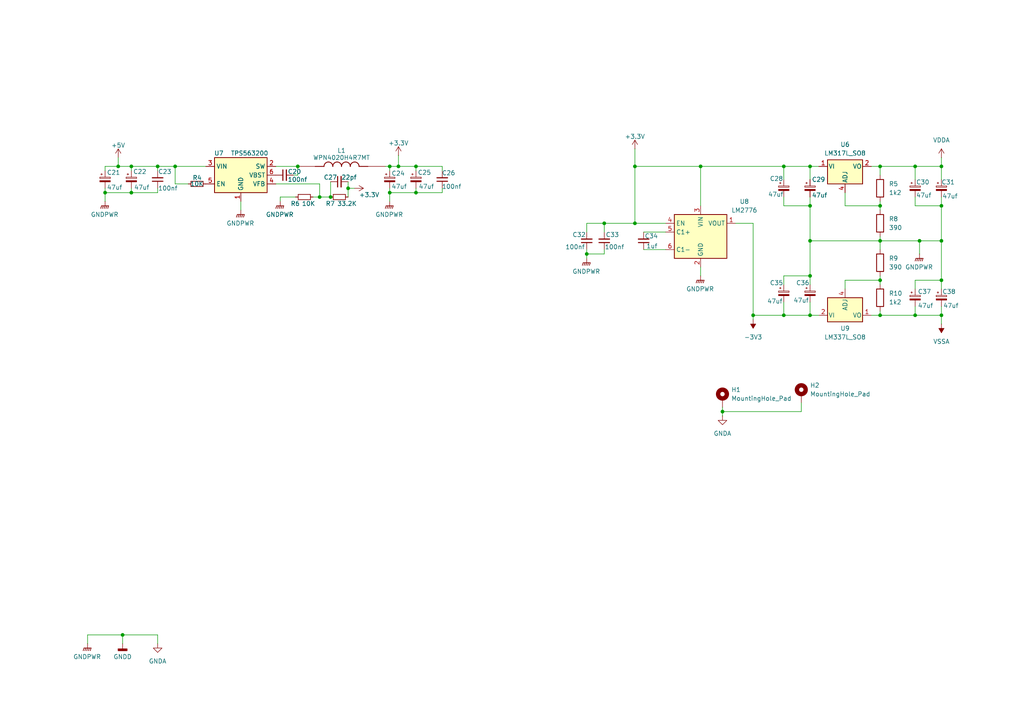
<source format=kicad_sch>
(kicad_sch (version 20250114) (generator "eeschema") (generator_version "9.0")
  (paper "A4")
  (lib_symbols
    (symbol "Device:C_Polarized_Small" (pin_numbers (hide yes)) (pin_names (offset 0.254) (hide yes))
      (property "Reference" "C" (at 0.254 1.778 0))
      (property "Value" "C_Polarized_Small" (at 0.254 -2.032 0))
      (symbol "C_Polarized_Small_0_1"
        (rectangle (start -1.524 0.6858) (end 1.524 0.3048))
        (rectangle (start -1.524 -0.3048) (end 1.524 -0.6858) (fill (type outline)))
        (polyline (pts (xy -1.27 1.524) (xy -0.762 1.524)))
        (polyline (pts (xy -1.016 1.27) (xy -1.016 1.778)))
      )
      (symbol "C_Polarized_Small_1_1"
        (pin passive line (at 0 2.54 270) (length 1.8542) (name "~") (number "1"))
        (pin passive line (at 0 -2.54 90) (length 1.8542) (name "~") (number "2"))
      )
    )
    (symbol "Device:C_Small" (pin_numbers (hide yes)) (pin_names (offset 0.254) (hide yes))
      (property "Reference" "C" (at 0.254 1.778 0))
      (property "Value" "C_Small" (at 0.254 -2.032 0))
      (symbol "C_Small_0_1"
        (polyline (pts (xy -1.524 0.508) (xy 1.524 0.508)) (stroke (width 0.3048)))
        (polyline (pts (xy -1.524 -0.508) (xy 1.524 -0.508)) (stroke (width 0.3302)))
      )
      (symbol "C_Small_1_1"
        (pin passive line (at 0 2.54 270) (length 2.032) (name "~") (number "1"))
        (pin passive line (at 0 -2.54 90) (length 2.032) (name "~") (number "2"))
      )
    )
    (symbol "Device:R" (pin_numbers (hide yes)) (pin_names (offset 0))
      (property "Reference" "R" (at 2.032 0 90))
      (property "Value" "R" (at 0 0 90))
      (symbol "R_0_1"
        (rectangle (start -1.016 -2.54) (end 1.016 2.54) (stroke (width 0.254)))
      )
      (symbol "R_1_1"
        (pin passive line (at 0 3.81 270) (length 1.27) (name "~") (number "1"))
        (pin passive line (at 0 -3.81 90) (length 1.27) (name "~") (number "2"))
      )
    )
    (symbol "Device:R_Small" (pin_numbers (hide yes)) (pin_names (offset 0.254) (hide yes))
      (property "Reference" "R" (at 0.762 0.508 0))
      (property "Value" "R_Small" (at 0.762 -1.016 0))
      (symbol "R_Small_0_1"
        (rectangle (start -0.762 1.778) (end 0.762 -1.778) (stroke (width 0.2032)))
      )
      (symbol "R_Small_1_1"
        (pin passive line (at 0 2.54 270) (length 0.762) (name "~") (number "1"))
        (pin passive line (at 0 -2.54 90) (length 0.762) (name "~") (number "2"))
      )
    )
    (symbol "Mechanical:MountingHole_Pad" (pin_numbers (hide yes)) (pin_names (offset 1.016) (hide yes)) (exclude_from_sim yes) (in_bom no)
      (property "Reference" "H" (at 0 6.35 0))
      (property "Value" "MountingHole_Pad" (at 0 4.445 0))
      (symbol "MountingHole_Pad_0_1"
        (circle (center 0 1.27) (radius 1.27) (stroke (width 1.27)))
      )
      (symbol "MountingHole_Pad_1_1"
        (pin input line (at 0 -2.54 90) (length 2.54) (name "1") (number "1"))
      )
    )
    (symbol "RLS-226:RLS-226" (pin_numbers (hide yes)) (pin_names (offset 1.016) (hide yes))
      (property "Reference" "L" (at -10.16 7.62 0))
      (property "Value" "RLS-226" (at -10.16 5.08 0))
      (symbol "RLS-226_0_0"
        (polyline (pts (xy -5.08 0) (xy -7.62 0)) (stroke (width 0.254)))
        (arc (start -5.08 0) (mid -3.81 1.2645) (end -2.54 0) (stroke (width 0.254)))
        (arc (start -2.54 0) (mid -1.27 1.2645) (end 0 0) (stroke (width 0.254)))
        (arc (start 0 0) (mid 1.27 1.2645) (end 2.54 0) (stroke (width 0.254)))
        (arc (start 2.54 0) (mid 3.81 1.2645) (end 5.08 0) (stroke (width 0.254)))
        (polyline (pts (xy 5.08 0) (xy 7.62 0)) (stroke (width 0.254)))
        (pin passive line (at -12.7 0 0) (length 5.08) (name "~") (number "1"))
        (pin passive line (at 12.7 0 180) (length 5.08) (name "~") (number "2"))
      )
    )
    (symbol "Regulator_Linear:LM317L_SO8" (pin_names (offset 0.254))
      (property "Reference" "U" (at -3.81 3.175 0))
      (property "Value" "LM317L_SO8" (at 0 3.175 0))
      (symbol "LM317L_SO8_0_1"
        (rectangle (start -5.08 1.905) (end 5.08 -5.08) (stroke (width 0.254)) (fill (type background)))
      )
      (symbol "LM317L_SO8_1_1"
        (pin power_in line (at -7.62 0 0) (length 2.54) (name "VI") (number "1"))
        (pin no_connect line (at -5.08 -2.54 0) (length 2.54) (hide yes) (name "NC") (number "5"))
        (pin input line (at 0 -7.62 90) (length 2.54) (name "ADJ") (number "4"))
        (pin no_connect line (at 5.08 -2.54 180) (length 2.54) (hide yes) (name "NC") (number "8"))
        (pin power_out line (at 7.62 0 180) (length 2.54) (name "VO") (number "2"))
        (pin passive line (at 7.62 0 180) (length 2.54) (hide yes) (name "VO") (number "3"))
        (pin passive line (at 7.62 0 180) (length 2.54) (hide yes) (name "VO") (number "6"))
        (pin passive line (at 7.62 0 180) (length 2.54) (hide yes) (name "VO") (number "7"))
      )
    )
    (symbol "Regulator_Linear:LM337L_SO8" (pin_names (offset 0.254))
      (property "Reference" "U" (at -3.81 -3.175 0))
      (property "Value" "LM337L_SO8" (at 0 -3.175 0))
      (symbol "LM337L_SO8_0_1"
        (rectangle (start -5.08 5.08) (end 5.08 -1.905) (stroke (width 0.254)) (fill (type background)))
      )
      (symbol "LM337L_SO8_1_1"
        (pin power_in line (at -7.62 0 0) (length 2.54) (name "VI") (number "2"))
        (pin passive line (at -7.62 0 0) (length 2.54) (hide yes) (name "VI") (number "3"))
        (pin passive line (at -7.62 0 0) (length 2.54) (hide yes) (name "VI") (number "6"))
        (pin passive line (at -7.62 0 0) (length 2.54) (hide yes) (name "VI") (number "7"))
        (pin no_connect line (at -5.08 2.54 0) (length 2.54) (hide yes) (name "NC") (number "5"))
        (pin input line (at 0 7.62 270) (length 2.54) (name "ADJ") (number "4"))
        (pin no_connect line (at 5.08 2.54 180) (length 2.54) (hide yes) (name "NC") (number "8"))
        (pin power_out line (at 7.62 0 180) (length 2.54) (name "VO") (number "1"))
      )
    )
    (symbol "Regulator_SwitchedCapacitor:LM2776"
      (property "Reference" "U" (at -6.35 6.35 0))
      (property "Value" "LM2776" (at 1.27 6.35 0))
      (symbol "LM2776_0_1"
        (rectangle (start -7.62 5.08) (end 7.62 -7.62) (stroke (width 0.254)) (fill (type background)))
      )
      (symbol "LM2776_1_1"
        (pin input line (at -10.16 2.54 0) (length 2.54) (name "EN") (number "4"))
        (pin passive line (at -10.16 0 0) (length 2.54) (name "C1+") (number "5"))
        (pin passive line (at -10.16 -5.08 0) (length 2.54) (name "C1-") (number "6"))
        (pin power_in line (at 0 7.62 270) (length 2.54) (name "VIN") (number "3"))
        (pin power_in line (at 0 -10.16 90) (length 2.54) (name "GND") (number "2"))
        (pin power_out line (at 10.16 2.54 180) (length 2.54) (name "VOUT") (number "1"))
      )
    )
    (symbol "Regulator_Switching:TPS563200"
      (property "Reference" "U" (at -7.62 6.35 0))
      (property "Value" "TPS563200" (at -2.54 6.35 0))
      (symbol "TPS563200_0_1"
        (rectangle (start -7.62 5.08) (end 7.62 -5.08) (stroke (width 0.254)) (fill (type background)))
      )
      (symbol "TPS563200_1_1"
        (pin power_in line (at -10.16 2.54 0) (length 2.54) (name "VIN") (number "3"))
        (pin input line (at -10.16 -2.54 0) (length 2.54) (name "EN") (number "5"))
        (pin power_in line (at 0 -7.62 90) (length 2.54) (name "GND") (number "1"))
        (pin output line (at 10.16 2.54 180) (length 2.54) (name "SW") (number "2"))
        (pin passive line (at 10.16 0 180) (length 2.54) (name "VBST") (number "6"))
        (pin input line (at 10.16 -2.54 180) (length 2.54) (name "VFB") (number "4"))
      )
    )
    (symbol "power:+3.3V" (power) (pin_numbers (hide yes)) (pin_names (offset 0) (hide yes))
      (property "Value" "+3.3V" (at 0 3.556 0))
      (symbol "+3.3V_0_1"
        (polyline (pts (xy -0.762 1.27) (xy 0 2.54)))
        (polyline (pts (xy 0 2.54) (xy 0.762 1.27)))
        (polyline (pts (xy 0 0) (xy 0 2.54)))
      )
      (symbol "+3.3V_1_1"
        (pin power_in line (at 0 0 90) (length 0) (name "~") (number "1"))
      )
    )
    (symbol "power:+5V" (power) (pin_numbers (hide yes)) (pin_names (offset 0) (hide yes))
      (property "Value" "+5V" (at 0 3.556 0))
      (symbol "+5V_0_1"
        (polyline (pts (xy -0.762 1.27) (xy 0 2.54)))
        (polyline (pts (xy 0 2.54) (xy 0.762 1.27)))
        (polyline (pts (xy 0 0) (xy 0 2.54)))
      )
      (symbol "+5V_1_1"
        (pin power_in line (at 0 0 90) (length 0) (name "~") (number "1"))
      )
    )
    (symbol "power:-3V3" (power) (pin_numbers (hide yes)) (pin_names (offset 0) (hide yes))
      (property "Value" "-3V3" (at 0 3.556 0))
      (symbol "-3V3_0_0"
        (pin power_in line (at 0 0 90) (length 0) (name "~") (number "1"))
      )
      (symbol "-3V3_0_1"
        (polyline (pts (xy 0 0) (xy 0 1.27) (xy 0.762 1.27) (xy 0 2.54) (xy -0.762 1.27) (xy 0 1.27)) (fill (type outline)))
      )
    )
    (symbol "power:GNDA" (power) (pin_numbers (hide yes)) (pin_names (offset 0) (hide yes))
      (property "Value" "GNDA" (at 0 -3.81 0))
      (symbol "GNDA_0_1"
        (polyline (pts (xy 0 0) (xy 0 -1.27) (xy 1.27 -1.27) (xy 0 -2.54) (xy -1.27 -1.27) (xy 0 -1.27)))
      )
      (symbol "GNDA_1_1"
        (pin power_in line (at 0 0 270) (length 0) (name "~") (number "1"))
      )
    )
    (symbol "power:GNDD" (power) (pin_numbers (hide yes)) (pin_names (offset 0) (hide yes))
      (property "Value" "GNDD" (at 0 -3.175 0))
      (symbol "GNDD_0_1"
        (rectangle (start -1.27 -1.524) (end 1.27 -2.032) (stroke (width 0.254)) (fill (type outline)))
        (polyline (pts (xy 0 0) (xy 0 -1.524)))
      )
      (symbol "GNDD_1_1"
        (pin power_in line (at 0 0 270) (length 0) (name "~") (number "1"))
      )
    )
    (symbol "power:GNDPWR" (power) (pin_numbers (hide yes)) (pin_names (offset 0) (hide yes))
      (property "Value" "GNDPWR" (at 0 -3.302 0))
      (symbol "GNDPWR_0_1"
        (polyline (pts (xy -1.016 -1.27) (xy -1.27 -2.032) (xy -1.27 -2.032)) (stroke (width 0.2032)))
        (polyline (pts (xy -0.508 -1.27) (xy -0.762 -2.032) (xy -0.762 -2.032)) (stroke (width 0.2032)))
        (polyline (pts (xy 0 -1.27) (xy 0 0)))
        (polyline (pts (xy 0 -1.27) (xy -0.254 -2.032) (xy -0.254 -2.032)) (stroke (width 0.2032)))
        (polyline (pts (xy 0.508 -1.27) (xy 0.254 -2.032) (xy 0.254 -2.032)) (stroke (width 0.2032)))
        (polyline (pts (xy 1.016 -1.27) (xy -1.016 -1.27) (xy -1.016 -1.27)) (stroke (width 0.2032)))
        (polyline (pts (xy 1.016 -1.27) (xy 0.762 -2.032) (xy 0.762 -2.032) (xy 0.762 -2.032)) (stroke (width 0.2032)))
      )
      (symbol "GNDPWR_1_1"
        (pin power_in line (at 0 0 270) (length 0) (name "~") (number "1"))
      )
    )
    (symbol "power:VDDA" (power) (pin_numbers (hide yes)) (pin_names (offset 0) (hide yes))
      (property "Value" "VDDA" (at 0 3.556 0))
      (symbol "VDDA_0_1"
        (polyline (pts (xy -0.762 1.27) (xy 0 2.54)))
        (polyline (pts (xy 0 2.54) (xy 0.762 1.27)))
        (polyline (pts (xy 0 0) (xy 0 2.54)))
      )
      (symbol "VDDA_1_1"
        (pin power_in line (at 0 0 90) (length 0) (name "~") (number "1"))
      )
    )
    (symbol "power:VSSA" (power) (pin_numbers (hide yes)) (pin_names (offset 0) (hide yes))
      (property "Value" "VSSA" (at 0 3.556 0))
      (symbol "VSSA_0_1"
        (polyline (pts (xy 0 0) (xy 0 2.54)))
        (polyline (pts (xy 0.762 1.27) (xy -0.762 1.27) (xy 0 2.54) (xy 0.762 1.27)) (fill (type outline)))
      )
      (symbol "VSSA_1_1"
        (pin power_in line (at 0 0 90) (length 0) (name "~") (number "1"))
      )
    )
  )
  (junction (at 113.03 48.26))
  (junction (at 115.57 48.26))
  (junction (at 227.33 91.44))
  (junction (at 209.55 119.38))
  (junction (at 38.1 55.88))
  (junction (at 38.1 48.26))
  (junction (at 273.05 81.28))
  (junction (at 218.44 91.44))
  (junction (at 92.71 57.15))
  (junction (at 255.27 69.85))
  (junction (at 34.29 48.26))
  (junction (at 234.95 48.26))
  (junction (at 203.2 48.26))
  (junction (at 45.72 48.26))
  (junction (at 30.48 55.88))
  (junction (at 265.43 91.44))
  (junction (at 265.43 48.26))
  (junction (at 273.05 69.85))
  (junction (at 273.05 59.69))
  (junction (at 234.95 59.69))
  (junction (at 273.05 48.26))
  (junction (at 234.95 80.01))
  (junction (at 120.65 55.88))
  (junction (at 100.965 54.61))
  (junction (at 50.8 48.26))
  (junction (at 35.56 184.15))
  (junction (at 184.15 64.77))
  (junction (at 175.26 64.77))
  (junction (at 255.27 91.44))
  (junction (at 255.27 81.28))
  (junction (at 227.33 48.26))
  (junction (at 170.18 73.66))
  (junction (at 273.05 91.44))
  (junction (at 255.27 59.69))
  (junction (at 120.65 48.26))
  (junction (at 184.15 48.26))
  (junction (at 113.03 55.88))
  (junction (at 255.27 48.26))
  (junction (at 234.95 91.44))
  (junction (at 86.36 48.26))
  (junction (at 234.95 69.85))
  (junction (at 266.7 69.85))
  (junction (at 95.885 57.15))
  (wire (pts (xy 265.43 91.44) (xy 273.05 91.44)))
  (wire (pts (xy 38.1 55.88) (xy 30.48 55.88)))
  (wire (pts (xy 170.18 64.77) (xy 175.26 64.77)))
  (wire (pts (xy 69.85 58.42) (xy 69.85 60.96)))
  (wire (pts (xy 252.73 48.26) (xy 255.27 48.26)))
  (wire (pts (xy 30.48 48.26) (xy 34.29 48.26)))
  (wire (pts (xy 81.28 57.15) (xy 85.725 57.15)))
  (wire (pts (xy 100.965 54.61) (xy 102.87 54.61)))
  (wire (pts (xy 30.48 48.26) (xy 30.48 49.53)))
  (wire (pts (xy 186.69 72.39) (xy 193.04 72.39)))
  (wire (pts (xy 273.05 69.85) (xy 273.05 81.28)))
  (wire (pts (xy 273.05 81.28) (xy 273.05 83.82)))
  (wire (pts (xy 54.61 53.34) (xy 50.8 53.34)))
  (wire (pts (xy 255.27 59.69) (xy 255.27 60.96)))
  (wire (pts (xy 128.27 54.61) (xy 128.27 55.88)))
  (wire (pts (xy 255.27 69.85) (xy 255.27 72.39)))
  (wire (pts (xy 184.15 64.77) (xy 184.15 48.26)))
  (wire (pts (xy 120.65 55.88) (xy 128.27 55.88)))
  (wire (pts (xy 90.805 57.15) (xy 92.71 57.15)))
  (wire (pts (xy 80.01 48.26) (xy 86.36 48.26)))
  (wire (pts (xy 265.43 81.28) (xy 273.05 81.28)))
  (wire (pts (xy 255.27 91.44) (xy 255.27 90.17)))
  (wire (pts (xy 45.72 184.15) (xy 45.72 186.69)))
  (wire (pts (xy 38.1 55.88) (xy 45.72 55.88)))
  (wire (pts (xy 232.41 119.38) (xy 209.55 119.38)))
  (wire (pts (xy 234.95 52.07) (xy 234.95 48.26)))
  (wire (pts (xy 218.44 91.44) (xy 227.33 91.44)))
  (wire (pts (xy 227.33 80.01) (xy 234.95 80.01)))
  (wire (pts (xy 273.05 48.26) (xy 265.43 48.26)))
  (wire (pts (xy 100.965 54.61) (xy 100.965 57.15)))
  (wire (pts (xy 113.03 55.88) (xy 113.03 58.42)))
  (wire (pts (xy 100.965 52.705) (xy 100.965 54.61)))
  (wire (pts (xy 113.03 48.26) (xy 115.57 48.26)))
  (wire (pts (xy 170.18 72.39) (xy 170.18 73.66)))
  (wire (pts (xy 227.33 52.07) (xy 227.33 48.26)))
  (wire (pts (xy 237.49 91.44) (xy 234.95 91.44)))
  (wire (pts (xy 45.72 49.53) (xy 45.72 48.26)))
  (wire (pts (xy 245.11 55.88) (xy 245.11 59.69)))
  (wire (pts (xy 265.43 52.07) (xy 265.43 48.26)))
  (wire (pts (xy 265.43 57.15) (xy 265.43 59.69)))
  (wire (pts (xy 45.72 48.26) (xy 50.8 48.26)))
  (wire (pts (xy 86.36 50.8) (xy 86.36 48.26)))
  (wire (pts (xy 252.73 91.44) (xy 255.27 91.44)))
  (wire (pts (xy 255.27 68.58) (xy 255.27 69.85)))
  (wire (pts (xy 265.43 48.26) (xy 255.27 48.26)))
  (wire (pts (xy 34.29 48.26) (xy 38.1 48.26)))
  (wire (pts (xy 234.95 59.69) (xy 234.95 57.15)))
  (wire (pts (xy 175.26 64.77) (xy 184.15 64.77)))
  (wire (pts (xy 95.885 52.705) (xy 95.885 57.15)))
  (wire (pts (xy 34.29 45.72) (xy 34.29 48.26)))
  (wire (pts (xy 245.11 81.28) (xy 245.11 83.82)))
  (wire (pts (xy 115.57 45.085) (xy 115.57 48.26)))
  (wire (pts (xy 234.95 69.85) (xy 234.95 80.01)))
  (wire (pts (xy 50.8 53.34) (xy 50.8 48.26)))
  (wire (pts (xy 92.71 53.34) (xy 92.71 57.15)))
  (wire (pts (xy 245.11 81.28) (xy 255.27 81.28)))
  (wire (pts (xy 170.18 73.66) (xy 175.26 73.66)))
  (wire (pts (xy 234.95 87.63) (xy 234.95 91.44)))
  (wire (pts (xy 273.05 52.07) (xy 273.05 48.26)))
  (wire (pts (xy 203.2 48.26) (xy 203.2 59.69)))
  (wire (pts (xy 120.65 55.88) (xy 113.03 55.88)))
  (wire (pts (xy 266.7 69.85) (xy 255.27 69.85)))
  (wire (pts (xy 273.05 91.44) (xy 273.05 88.9)))
  (wire (pts (xy 175.26 72.39) (xy 175.26 73.66)))
  (wire (pts (xy 184.15 64.77) (xy 193.04 64.77)))
  (wire (pts (xy 218.44 64.77) (xy 218.44 91.44)))
  (wire (pts (xy 25.4 186.69) (xy 25.4 184.15)))
  (wire (pts (xy 227.33 48.26) (xy 203.2 48.26)))
  (wire (pts (xy 234.95 59.69) (xy 234.95 69.85)))
  (wire (pts (xy 92.71 57.15) (xy 95.885 57.15)))
  (wire (pts (xy 227.33 82.55) (xy 227.33 80.01)))
  (wire (pts (xy 209.55 119.38) (xy 209.55 120.65)))
  (wire (pts (xy 35.56 184.15) (xy 35.56 186.69)))
  (wire (pts (xy 85.09 50.8) (xy 86.36 50.8)))
  (wire (pts (xy 38.1 54.61) (xy 38.1 55.88)))
  (wire (pts (xy 209.55 118.11) (xy 209.55 119.38)))
  (wire (pts (xy 38.1 48.26) (xy 38.1 49.53)))
  (wire (pts (xy 170.18 73.66) (xy 170.18 74.93)))
  (wire (pts (xy 170.18 67.31) (xy 170.18 64.77)))
  (wire (pts (xy 218.44 92.71) (xy 218.44 91.44)))
  (wire (pts (xy 30.48 54.61) (xy 30.48 55.88)))
  (wire (pts (xy 255.27 58.42) (xy 255.27 59.69)))
  (wire (pts (xy 227.33 57.15) (xy 227.33 59.69)))
  (wire (pts (xy 128.27 48.26) (xy 120.65 48.26)))
  (wire (pts (xy 113.03 48.26) (xy 113.03 49.53)))
  (wire (pts (xy 255.27 48.26) (xy 255.27 50.8)))
  (wire (pts (xy 45.72 55.88) (xy 45.72 54.61)))
  (wire (pts (xy 213.36 64.77) (xy 218.44 64.77)))
  (wire (pts (xy 35.56 184.15) (xy 45.72 184.15)))
  (wire (pts (xy 184.15 48.26) (xy 184.15 43.18)))
  (wire (pts (xy 115.57 48.26) (xy 120.65 48.26)))
  (wire (pts (xy 265.43 59.69) (xy 273.05 59.69)))
  (wire (pts (xy 50.8 48.26) (xy 59.69 48.26)))
  (wire (pts (xy 245.11 59.69) (xy 255.27 59.69)))
  (wire (pts (xy 234.95 69.85) (xy 255.27 69.85)))
  (wire (pts (xy 234.95 80.01) (xy 234.95 82.55)))
  (wire (pts (xy 266.7 69.85) (xy 273.05 69.85)))
  (wire (pts (xy 273.05 59.69) (xy 273.05 57.15)))
  (wire (pts (xy 255.27 82.55) (xy 255.27 81.28)))
  (wire (pts (xy 81.28 58.42) (xy 81.28 57.15)))
  (wire (pts (xy 273.05 45.72) (xy 273.05 48.26)))
  (wire (pts (xy 113.03 54.61) (xy 113.03 55.88)))
  (wire (pts (xy 111.76 48.26) (xy 113.03 48.26)))
  (wire (pts (xy 38.1 48.26) (xy 45.72 48.26)))
  (wire (pts (xy 234.95 91.44) (xy 227.33 91.44)))
  (wire (pts (xy 255.27 91.44) (xy 265.43 91.44)))
  (wire (pts (xy 273.05 93.98) (xy 273.05 91.44)))
  (wire (pts (xy 203.2 48.26) (xy 184.15 48.26)))
  (wire (pts (xy 232.41 116.84) (xy 232.41 119.38)))
  (wire (pts (xy 186.69 67.31) (xy 193.04 67.31)))
  (wire (pts (xy 273.05 69.85) (xy 273.05 59.69)))
  (wire (pts (xy 227.33 48.26) (xy 234.95 48.26)))
  (wire (pts (xy 234.95 48.26) (xy 237.49 48.26)))
  (wire (pts (xy 203.2 77.47) (xy 203.2 80.01)))
  (wire (pts (xy 265.43 81.28) (xy 265.43 83.82)))
  (wire (pts (xy 227.33 87.63) (xy 227.33 91.44)))
  (wire (pts (xy 25.4 184.15) (xy 35.56 184.15)))
  (wire (pts (xy 255.27 81.28) (xy 255.27 80.01)))
  (wire (pts (xy 266.7 69.85) (xy 266.7 73.66)))
  (wire (pts (xy 120.65 48.26) (xy 120.65 49.53)))
  (wire (pts (xy 30.48 55.88) (xy 30.48 58.42)))
  (wire (pts (xy 265.43 91.44) (xy 265.43 88.9)))
  (wire (pts (xy 227.33 59.69) (xy 234.95 59.69)))
  (wire (pts (xy 175.26 64.77) (xy 175.26 67.31)))
  (wire (pts (xy 128.27 49.53) (xy 128.27 48.26)))
  (wire (pts (xy 80.01 53.34) (xy 92.71 53.34)))
  (wire (pts (xy 120.65 54.61) (xy 120.65 55.88)))
  (symbol (lib_id "Device:C_Small") (at 186.69 69.85 180) (unit 1)
    (property "Reference" "C34" (at 190.881 68.453 0) (effects (justify left)))
    (property "Value" "1uf" (at 190.754 71.374 0) (effects (justify left)))
    (property "Footprint" "Inductor_SMD:L_0402_1005Metric_Pad0.77x0.64mm_HandSolder" (effects (hide yes)))
  )
  (symbol (lib_id "power:GNDPWR") (at 30.48 58.42 0) (unit 1)
    (property "Reference" "#PWR039" (effects (hide yes)))
    (property "Value" "GNDPWR" (at 30.353 62.23 0))
    (property "Description" "Power symbol creates a global label with name \"GNDPWR\" , global ground" (effects (hide yes)))
  )
  (symbol (lib_id "Device:C_Polarized_Small") (at 113.03 52.07 0) (unit 1)
    (property "Reference" "C24" (at 113.538 50.292 0) (effects (justify left)))
    (property "Value" "47uf" (at 113.538 54.102 0) (effects (justify left)))
    (property "Footprint" "Capacitor_SMD:C_1210_3225Metric_Pad1.33x2.70mm_HandSolder" (effects (hide yes)))
  )
  (symbol (lib_id "Device:C_Polarized_Small") (at 120.65 52.07 0) (unit 1)
    (property "Reference" "C25" (at 121.158 50.038 0) (effects (justify left)))
    (property "Value" "47uf" (at 121.412 54.102 0) (effects (justify left)))
    (property "Footprint" "Capacitor_SMD:C_1210_3225Metric_Pad1.33x2.70mm_HandSolder" (effects (hide yes)))
  )
  (symbol (lib_id "Mechanical:MountingHole_Pad") (at 232.41 114.3 0) (unit 1) (exclude_from_sim yes) (in_bom no)
    (property "Reference" "H2" (at 234.95 111.7599 0) (effects (justify left)))
    (property "Value" "MountingHole_Pad" (at 234.95 114.2999 0) (effects (justify left)))
    (property "Footprint" "MountingHole:MountingHole_3.2mm_M3_Pad_Via" (effects (hide yes)))
    (property "Description" "Mounting Hole with connection" (effects (hide yes)))
  )
  (symbol (lib_id "power:+3.3V") (at 102.87 54.61 270) (unit 1)
    (property "Reference" "#PWR038" (effects (hide yes)))
    (property "Value" "+3.3V" (at 104.14 56.515 90) (effects (justify left)))
  )
  (symbol (lib_id "Mechanical:MountingHole_Pad") (at 209.55 115.57 0) (unit 1) (exclude_from_sim yes) (in_bom no)
    (property "Reference" "H1" (at 212.09 113.0299 0) (effects (justify left)))
    (property "Value" "MountingHole_Pad" (at 212.09 115.5699 0) (effects (justify left)))
    (property "Footprint" "MountingHole:MountingHole_3.2mm_M3_Pad_Via" (effects (hide yes)))
    (property "Description" "Mounting Hole with connection" (effects (hide yes)))
  )
  (symbol (lib_id "Device:R") (at 255.27 76.2 0) (unit 1)
    (property "Reference" "R9" (at 257.81 74.9299 0) (effects (justify left)))
    (property "Value" "390" (at 257.81 77.4699 0) (effects (justify left)))
    (property "Footprint" "Resistor_SMD:R_0603_1608Metric_Pad0.98x0.95mm_HandSolder" (effects (hide yes)))
    (property "Description" "Resistor" (effects (hide yes)))
  )
  (symbol (lib_id "power:GNDA") (at 209.55 120.65 0) (unit 1)
    (property "Reference" "#PWR015" (effects (hide yes)))
    (property "Value" "GNDA" (at 209.55 125.73 0))
    (property "Description" "Power symbol creates a global label with name \"GNDA\" , analog ground" (effects (hide yes)))
  )
  (symbol (lib_id "Device:C_Polarized_Small") (at 38.1 52.07 0) (unit 1)
    (property "Reference" "C22" (at 38.608 49.784 0) (effects (justify left)))
    (property "Value" "47uf" (at 38.862 54.356 0) (effects (justify left)))
    (property "Footprint" "Capacitor_SMD:C_1210_3225Metric_Pad1.33x2.70mm_HandSolder" (effects (hide yes)))
  )
  (symbol (lib_id "Device:R_Small") (at 98.425 57.15 270) (unit 1)
    (property "Reference" "R7" (at 97.155 59.055 90) (effects (justify right)))
    (property "Value" "33.2K" (at 103.505 59.055 90) (effects (justify right)))
    (property "Footprint" "Resistor_SMD:R_0402_1005Metric_Pad0.72x0.64mm_HandSolder" (effects (hide yes)))
  )
  (symbol (lib_id "power:GNDPWR") (at 266.7 73.66 0) (unit 1)
    (property "Reference" "#PWR043" (effects (hide yes)))
    (property "Value" "GNDPWR" (at 266.573 77.47 0))
    (property "Description" "Power symbol creates a global label with name \"GNDPWR\" , global ground" (effects (hide yes)))
  )
  (symbol (lib_id "power:VDDA") (at 273.05 45.72 0) (mirror y) (unit 1)
    (property "Reference" "#PWR037" (effects (hide yes)))
    (property "Value" "VDDA" (at 273.05 40.64 0))
    (property "Description" "Power symbol creates a global label with name \"VDDA\"" (effects (hide yes)))
  )
  (symbol (lib_id "Device:C_Polarized_Small") (at 227.33 54.61 0) (unit 1)
    (property "Reference" "C28" (at 223.266 51.816 0) (effects (justify left)))
    (property "Value" "47uf" (at 222.758 56.388 0) (effects (justify left)))
    (property "Footprint" "Capacitor_SMD:C_1210_3225Metric_Pad1.33x2.70mm_HandSolder" (effects (hide yes)))
  )
  (symbol (lib_id "power:-3V3") (at 218.44 92.71 180) (unit 1)
    (property "Reference" "#PWR046" (effects (hide yes)))
    (property "Value" "-3V3" (at 218.44 97.79 0))
    (property "Description" "Power symbol creates a global label with name \"-3V3\"" (effects (hide yes)))
  )
  (symbol (lib_id "Device:C_Small") (at 98.425 52.705 90) (unit 1)
    (property "Reference" "C27" (at 97.79 51.435 90) (effects (justify left)))
    (property "Value" "22pf" (at 103.505 51.435 90) (effects (justify left)))
    (property "Footprint" "Inductor_SMD:L_0402_1005Metric_Pad0.77x0.64mm_HandSolder" (effects (hide yes)))
  )
  (symbol (lib_id "Device:C_Polarized_Small") (at 234.95 54.61 0) (unit 1)
    (property "Reference" "C29" (at 235.458 52.07 0) (effects (justify left)))
    (property "Value" "47uf" (at 235.458 56.642 0) (effects (justify left)))
    (property "Footprint" "Capacitor_SMD:C_1210_3225Metric_Pad1.33x2.70mm_HandSolder" (effects (hide yes)))
  )
  (symbol (lib_id "Device:C_Polarized_Small") (at 265.43 86.36 0) (unit 1)
    (property "Reference" "C37" (at 266.192 84.582 0) (effects (justify left)))
    (property "Value" "47uf" (at 266.192 88.646 0) (effects (justify left)))
    (property "Footprint" "Capacitor_SMD:C_1210_3225Metric_Pad1.33x2.70mm_HandSolder" (effects (hide yes)))
  )
  (symbol (lib_id "power:+3.3V") (at 184.15 43.18 0) (unit 1)
    (property "Reference" "#PWR034" (effects (hide yes)))
    (property "Value" "+3.3V" (at 184.15 39.6042 0))
  )
  (symbol (lib_id "Device:R") (at 255.27 64.77 0) (unit 1)
    (property "Reference" "R8" (at 257.81 63.4999 0) (effects (justify left)))
    (property "Value" "390" (at 257.81 66.0399 0) (effects (justify left)))
    (property "Footprint" "Resistor_SMD:R_0603_1608Metric_Pad0.98x0.95mm_HandSolder" (effects (hide yes)))
    (property "Description" "Resistor" (effects (hide yes)))
  )
  (symbol (lib_id "Device:C_Polarized_Small") (at 273.05 54.61 0) (unit 1)
    (property "Reference" "C31" (at 273.05 52.832 0) (effects (justify left)))
    (property "Value" "47uf" (at 273.304 56.896 0) (effects (justify left)))
    (property "Footprint" "Capacitor_SMD:C_1210_3225Metric_Pad1.33x2.70mm_HandSolder" (effects (hide yes)))
  )
  (symbol (lib_id "power:GNDD") (at 35.56 186.69 0) (unit 1)
    (property "Reference" "#PWR049" (effects (hide yes)))
    (property "Value" "GNDD" (at 35.56 190.5 0))
    (property "Description" "Power symbol creates a global label with name \"GNDD\" , digital ground" (effects (hide yes)))
  )
  (symbol (lib_id "Device:C_Small") (at 45.72 52.07 180) (unit 1)
    (property "Reference" "C23" (at 49.784 49.784 0) (effects (justify left)))
    (property "Value" "100nf" (at 51.562 54.61 0) (effects (justify left)))
    (property "Footprint" "Inductor_SMD:L_0402_1005Metric_Pad0.77x0.64mm_HandSolder" (effects (hide yes)))
  )
  (symbol (lib_id "power:GNDPWR") (at 25.4 186.69 0) (unit 1)
    (property "Reference" "#PWR048" (effects (hide yes)))
    (property "Value" "GNDPWR" (at 25.273 190.5 0))
    (property "Description" "Power symbol creates a global label with name \"GNDPWR\" , global ground" (effects (hide yes)))
  )
  (symbol (lib_id "Device:C_Polarized_Small") (at 234.95 85.09 0) (unit 1)
    (property "Reference" "C36" (at 230.886 82.042 0) (effects (justify left)))
    (property "Value" "47uf" (at 230.124 87.122 0) (effects (justify left)))
    (property "Footprint" "Capacitor_SMD:C_1210_3225Metric_Pad1.33x2.70mm_HandSolder" (effects (hide yes)))
  )
  (symbol (lib_id "Device:R_Small") (at 57.15 53.34 270) (unit 1)
    (property "Reference" "R4" (at 58.547 51.562 90) (effects (justify right)))
    (property "Value" "10K" (at 59.055 53.34 90) (effects (justify right)))
    (property "Footprint" "Resistor_SMD:R_0402_1005Metric_Pad0.72x0.64mm_HandSolder" (effects (hide yes)))
  )
  (symbol (lib_id "Device:C_Small") (at 128.27 52.07 180) (unit 1)
    (property "Reference" "C26" (at 132.08 50.165 0) (effects (justify left)))
    (property "Value" "100nf" (at 133.858 54.102 0) (effects (justify left)))
    (property "Footprint" "Inductor_SMD:L_0402_1005Metric_Pad0.77x0.64mm_HandSolder" (effects (hide yes)))
  )
  (symbol (lib_id "Device:C_Polarized_Small") (at 265.43 54.61 0) (unit 1)
    (property "Reference" "C30" (at 265.684 52.832 0) (effects (justify left)))
    (property "Value" "47uf" (at 265.684 56.642 0) (effects (justify left)))
    (property "Footprint" "Capacitor_SMD:C_1210_3225Metric_Pad1.33x2.70mm_HandSolder" (effects (hide yes)))
  )
  (symbol (lib_id "Device:C_Small") (at 170.18 69.85 180) (unit 1)
    (property "Reference" "C32" (at 169.926 68.072 0) (effects (justify left)))
    (property "Value" "100nf" (at 169.672 71.628 0) (effects (justify left)))
    (property "Footprint" "Inductor_SMD:L_0402_1005Metric_Pad0.77x0.64mm_HandSolder" (effects (hide yes)))
  )
  (symbol (lib_id "Device:R") (at 255.27 86.36 0) (unit 1)
    (property "Reference" "R10" (at 257.81 85.0899 0) (effects (justify left)))
    (property "Value" "1k2" (at 257.81 87.6299 0) (effects (justify left)))
    (property "Footprint" "Resistor_SMD:R_0603_1608Metric_Pad0.98x0.95mm_HandSolder" (effects (hide yes)))
    (property "Description" "Resistor" (effects (hide yes)))
  )
  (symbol (lib_id "Device:R") (at 255.27 54.61 0) (unit 1)
    (property "Reference" "R5" (at 257.81 53.3399 0) (effects (justify left)))
    (property "Value" "1k2" (at 257.81 55.8799 0) (effects (justify left)))
    (property "Footprint" "Resistor_SMD:R_0603_1608Metric_Pad0.98x0.95mm_HandSolder" (effects (hide yes)))
    (property "Description" "Resistor" (effects (hide yes)))
  )
  (symbol (lib_id "Regulator_Linear:LM317L_SO8") (at 245.11 48.26 0) (unit 1)
    (property "Reference" "U6" (at 245.11 41.91 0))
    (property "Value" "LM317L_SO8" (at 245.11 44.45 0))
    (property "Footprint" "Package_SO:SOIC-8_3.9x4.9mm_P1.27mm" (effects (hide yes)))
    (property "Datasheet" "http://www.ti.com/lit/ds/snvs775k/snvs775k.pdf" (effects (hide yes)))
    (property "Description" "100mA 35V Adjustable Linear Regulator, SO-8" (effects (hide yes)))
  )
  (symbol (lib_id "RLS-226:RLS-226") (at 99.06 48.26 0) (unit 1)
    (property "Reference" "L1" (at 99.06 43.6626 0))
    (property "Value" "WPN4020H4R7MT" (at 99.06 45.72 0))
    (property "Footprint" "Inductor_SMD:L_Vishay_IFSC-1515AH_4x4x1.8mm" (effects (hide yes)))
    (property "STANDARD" "Manufacturer Recommendations" (effects (hide yes)))
    (property "MAXIMUM_PACKAGE_HEIGHT" "2.6mm" (effects (hide yes)))
    (property "MANUFACTURER" "RECOM" (effects (hide yes)))
    (property "PARTREV" "1" (effects (hide yes)))
  )
  (symbol (lib_id "power:GNDA") (at 45.72 186.69 0) (unit 1)
    (property "Reference" "#PWR050" (effects (hide yes)))
    (property "Value" "GNDA" (at 45.72 191.77 0))
    (property "Description" "Power symbol creates a global label with name \"GNDA\" , analog ground" (effects (hide yes)))
  )
  (symbol (lib_id "Regulator_Linear:LM337L_SO8") (at 245.11 91.44 0) (unit 1)
    (property "Reference" "U9" (at 245.11 95.25 0))
    (property "Value" "LM337L_SO8" (at 245.11 97.79 0))
    (property "Footprint" "Package_SO:SOIC-8_3.9x4.9mm_P1.27mm" (effects (hide yes)))
    (property "Datasheet" "http://www.ti.com/lit/ds/symlink/lm337l.pdf" (effects (hide yes)))
    (property "Description" "100mA 35V Adjustable Negative Linear Regulator, SO-8" (effects (hide yes)))
  )
  (symbol (lib_id "Device:C_Polarized_Small") (at 30.48 52.07 0) (unit 1)
    (property "Reference" "C21" (at 30.988 50.038 0) (effects (justify left)))
    (property "Value" "47uf" (at 30.988 54.356 0) (effects (justify left)))
    (property "Footprint" "Capacitor_SMD:C_1210_3225Metric_Pad1.33x2.70mm_HandSolder" (effects (hide yes)))
  )
  (symbol (lib_id "Device:C_Polarized_Small") (at 273.05 86.36 0) (unit 1)
    (property "Reference" "C38" (at 273.304 84.582 0) (effects (justify left)))
    (property "Value" "47uf" (at 273.558 88.646 0) (effects (justify left)))
    (property "Footprint" "Capacitor_SMD:C_1210_3225Metric_Pad1.33x2.70mm_HandSolder" (effects (hide yes)))
  )
  (symbol (lib_id "power:GNDPWR") (at 69.85 60.96 0) (unit 1)
    (property "Reference" "#PWR042" (effects (hide yes)))
    (property "Value" "GNDPWR" (at 69.723 64.77 0))
    (property "Description" "Power symbol creates a global label with name \"GNDPWR\" , global ground" (effects (hide yes)))
  )
  (symbol (lib_id "power:GNDPWR") (at 170.18 74.93 0) (unit 1)
    (property "Reference" "#PWR044" (effects (hide yes)))
    (property "Value" "GNDPWR" (at 170.053 78.74 0))
    (property "Description" "Power symbol creates a global label with name \"GNDPWR\" , global ground" (effects (hide yes)))
  )
  (symbol (lib_id "Regulator_Switching:TPS563200") (at 69.85 50.8 0) (unit 1)
    (property "Reference" "U7" (at 63.5 44.45 0))
    (property "Value" "TPS563200" (at 72.39 44.45 0))
    (property "Footprint" "Package_TO_SOT_SMD:SOT-23-6" (effects (hide yes)))
    (property "Datasheet" "http://www.ti.com/lit/ds/symlink/tps563200.pdf" (effects (hide yes)))
  )
  (symbol (lib_id "power:+3.3V") (at 115.57 45.085 0) (unit 1)
    (property "Reference" "#PWR035" (effects (hide yes)))
    (property "Value" "+3.3V" (at 115.57 41.5092 0))
  )
  (symbol (lib_id "power:GNDPWR") (at 113.03 58.42 0) (unit 1)
    (property "Reference" "#PWR041" (effects (hide yes)))
    (property "Value" "GNDPWR" (at 112.903 62.23 0))
    (property "Description" "Power symbol creates a global label with name \"GNDPWR\" , global ground" (effects (hide yes)))
  )
  (symbol (lib_id "power:VSSA") (at 273.05 93.98 0) (mirror x) (unit 1)
    (property "Reference" "#PWR047" (effects (hide yes)))
    (property "Value" "VSSA" (at 273.05 99.06 0))
    (property "Description" "Power symbol creates a global label with name \"VSSA\"" (effects (hide yes)))
  )
  (symbol (lib_id "Device:R_Small") (at 88.265 57.15 270) (unit 1)
    (property "Reference" "R6" (at 86.995 59.055 90) (effects (justify right)))
    (property "Value" "10K" (at 91.44 59.055 90) (effects (justify right)))
    (property "Footprint" "Resistor_SMD:R_0402_1005Metric_Pad0.72x0.64mm_HandSolder" (effects (hide yes)))
  )
  (symbol (lib_id "Device:C_Polarized_Small") (at 227.33 85.09 0) (unit 1)
    (property "Reference" "C35" (at 223.266 82.042 0) (effects (justify left)))
    (property "Value" "47uf" (at 222.504 87.376 0) (effects (justify left)))
    (property "Footprint" "Capacitor_SMD:C_1210_3225Metric_Pad1.33x2.70mm_HandSolder" (effects (hide yes)))
  )
  (symbol (lib_id "Regulator_SwitchedCapacitor:LM2776") (at 203.2 67.31 0) (unit 1)
    (property "Reference" "U8" (at 215.9 58.4514 0))
    (property "Value" "LM2776" (at 215.9 60.9914 0))
    (property "Footprint" "Package_TO_SOT_SMD:SOT-23-6" (effects (hide yes)))
    (property "Datasheet" "http://www.ti.com/lit/ds/symlink/lm2776.pdf" (effects (hide yes)))
    (property "Description" "Switched capacitor inverter, inverts positive voltage +2.7 to +5.5V to negative, 200mA, SOT-23-6" (effects (hide yes)))
  )
  (symbol (lib_id "power:+5V") (at 34.29 45.72 0) (unit 1)
    (property "Reference" "#PWR036" (effects (hide yes)))
    (property "Value" "+5V" (at 34.29 42.1442 0))
  )
  (symbol (lib_id "Device:C_Small") (at 82.55 50.8 90) (unit 1)
    (property "Reference" "C20" (at 87.376 49.784 90) (effects (justify left)))
    (property "Value" "100nf" (at 89.154 52.07 90) (effects (justify left)))
    (property "Footprint" "Inductor_SMD:L_0402_1005Metric_Pad0.77x0.64mm_HandSolder" (effects (hide yes)))
  )
  (symbol (lib_id "Device:C_Small") (at 175.26 69.85 180) (unit 1)
    (property "Reference" "C33" (at 179.578 68.072 0) (effects (justify left)))
    (property "Value" "100nf" (at 181.102 71.628 0) (effects (justify left)))
    (property "Footprint" "Inductor_SMD:L_0402_1005Metric_Pad0.77x0.64mm_HandSolder" (effects (hide yes)))
  )
  (symbol (lib_id "power:GNDPWR") (at 81.28 58.42 0) (unit 1)
    (property "Reference" "#PWR040" (effects (hide yes)))
    (property "Value" "GNDPWR" (at 81.153 62.23 0))
    (property "Description" "Power symbol creates a global label with name \"GNDPWR\" , global ground" (effects (hide yes)))
  )
  (symbol (lib_id "power:GNDPWR") (at 203.2 80.01 0) (unit 1)
    (property "Reference" "#PWR045" (effects (hide yes)))
    (property "Value" "GNDPWR" (at 203.073 83.82 0))
    (property "Description" "Power symbol creates a global label with name \"GNDPWR\" , global ground" (effects (hide yes)))
  )
)
</source>
